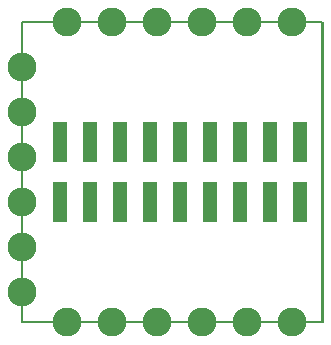
<source format=gts>
G75*
%MOIN*%
%OFA0B0*%
%FSLAX25Y25*%
%IPPOS*%
%LPD*%
%AMOC8*
5,1,8,0,0,1.08239X$1,22.5*
%
%ADD10C,0.00000*%
%ADD11C,0.00500*%
%ADD12C,0.09658*%
%ADD13R,0.04800X0.13800*%
D10*
X0005829Y0005829D02*
X0005829Y0105790D01*
X0106030Y0105790D01*
X0106030Y0005829D01*
X0005829Y0005829D01*
D11*
X0105829Y0005829D01*
X0105829Y0105829D01*
X0005829Y0105829D01*
X0005829Y0005829D01*
D12*
X0005829Y0015829D03*
X0005829Y0030829D03*
X0005829Y0045829D03*
X0005829Y0060829D03*
X0005829Y0075829D03*
X0005829Y0090829D03*
X0020829Y0105829D03*
X0035829Y0105829D03*
X0050829Y0105829D03*
X0065829Y0105829D03*
X0080829Y0105829D03*
X0095829Y0105829D03*
X0095829Y0005829D03*
X0080829Y0005829D03*
X0065829Y0005829D03*
X0050829Y0005829D03*
X0035829Y0005829D03*
X0020829Y0005829D03*
D13*
X0018329Y0045829D03*
X0028329Y0045829D03*
X0038329Y0045829D03*
X0048329Y0045829D03*
X0058329Y0045829D03*
X0068329Y0045829D03*
X0078329Y0045829D03*
X0088329Y0045829D03*
X0098329Y0045829D03*
X0098329Y0065829D03*
X0088329Y0065829D03*
X0078329Y0065829D03*
X0068329Y0065829D03*
X0058329Y0065829D03*
X0048329Y0065829D03*
X0038329Y0065829D03*
X0028329Y0065829D03*
X0018329Y0065829D03*
M02*

</source>
